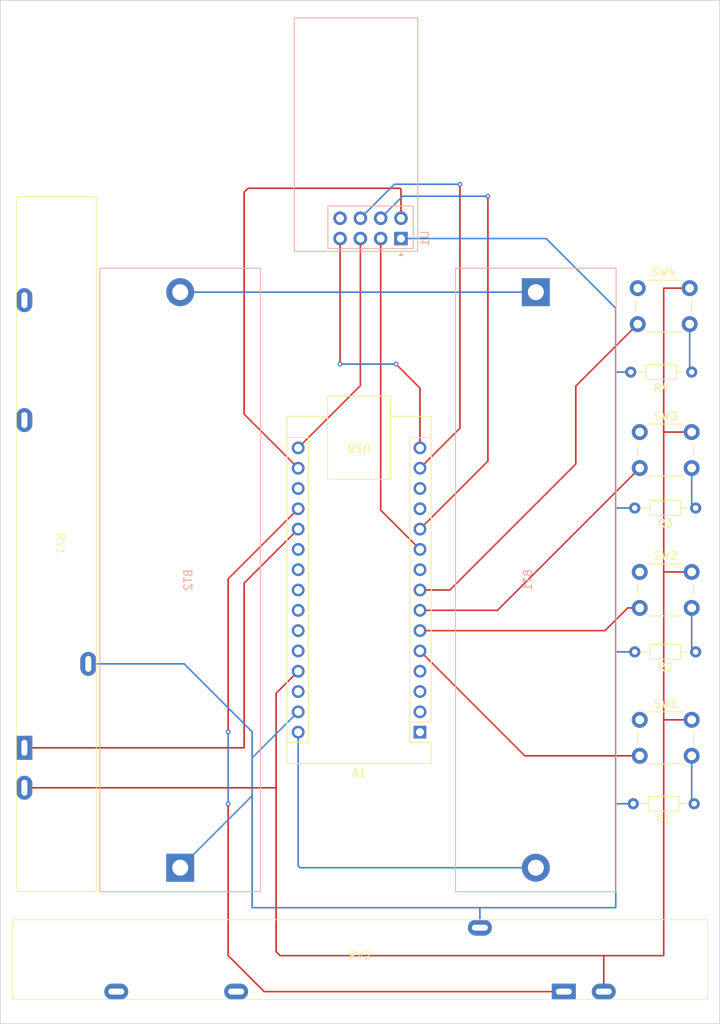
<source format=kicad_pcb>
(kicad_pcb (version 20241229) (generator "pcbnew") (generator_version "9.0")
  (layers (0 "F.Cu" signal) (2 "B.Cu" power) (13 "F.Paste" user) (15 "B.Paste" user) (5 "F.SilkS" user "F.Silkscreen") (7 "B.SilkS" user "B.Silkscreen") (1 "F.Mask" user) (3 "B.Mask" user) (25 "Edge.Cuts" user))
  (net 0 "")
  (net 9 "Net-(A1-D2)")
  (net 13 "Net-(A1-A1)")
  (net 14 "Net-(A1-D11)")
  (net 15 "Net-(A1-A0)")
  (net 16 "Net-(A1-D7)")
  (net 17 "Net-(A1-D13)")
  (net 19 "Net-(A1-D5)")
  (net 22 "Net-(A1-+5V)")
  (net 23 "Net-(A1-D8)")
  (net 24 "Net-(A1-D4)")
  (net 25 "Net-(A1-D12)")
  (net 26 "Net-(A1-D3)")
  (net 27 "Net-(A1-3V3)")
  (net 29 "Net-(BT2--)")
  (net 30 "Net-(A1-VIN)")
  (net 31 "Net-(BT1--)")
  (footprint "Button_Switch_THT:SW_PUSH_6mm" (layer "F.Cu") (at 184 92)
    (property "Reference" "SW2" (at 3.25 -2 0) (layer "F.SilkS"))
    (property "Value" "SW_SPST")
    (fp_line (start -0.25 1.5) (end -0.25 3) (stroke (width 0.12)) (layer "F.SilkS"))
    (fp_line (start 1 5.5) (end 5.5 5.5) (stroke (width 0.12)) (layer "F.SilkS"))
    (fp_line (start 5.5 -1) (end 1 -1) (stroke (width 0.12)) (layer "F.SilkS"))
    (fp_line (start 6.75 3) (end 6.75 1.5) (stroke (width 0.12)) (layer "F.SilkS"))
    (pad "1" thru_hole circle (at 0 0 90) (size 2 2) (drill 1.1) (layers "*.Cu" "*.Mask") (net 22 "Net-(A1-+5V)"))
    (pad "1" thru_hole circle (at 6.5 0 90) (size 2 2) (drill 1.1) (layers "*.Cu" "*.Mask") (net 22 "Net-(A1-+5V)"))
    (pad "2" thru_hole circle (at 0 4.5 90) (size 2 2) (drill 1.1) (layers "*.Cu" "*.Mask") (net 26 "Net-(A1-D3)"))
    (pad "2" thru_hole circle (at 6.5 4.5 90) (size 2 2) (drill 1.1) (layers "*.Cu" "*.Mask") (net 26 "Net-(A1-D3)"))
  )
  (footprint "Button_Switch_THT:SW_PUSH_6mm" (layer "F.Cu") (at 183.75 56.5)
    (property "Reference" "SW4" (at 3.25 -2 0) (layer "F.SilkS"))
    (property "Value" "SW_SPST")
    (fp_line (start -0.25 1.5) (end -0.25 3) (stroke (width 0.12)) (layer "F.SilkS"))
    (fp_line (start 1 5.5) (end 5.5 5.5) (stroke (width 0.12)) (layer "F.SilkS"))
    (fp_line (start 5.5 -1) (end 1 -1) (stroke (width 0.12)) (layer "F.SilkS"))
    (fp_line (start 6.75 3) (end 6.75 1.5) (stroke (width 0.12)) (layer "F.SilkS"))
    (pad "1" thru_hole circle (at 0 0 90) (size 2 2) (drill 1.1) (layers "*.Cu" "*.Mask") (net 22 "Net-(A1-+5V)"))
    (pad "1" thru_hole circle (at 6.5 0 90) (size 2 2) (drill 1.1) (layers "*.Cu" "*.Mask") (net 22 "Net-(A1-+5V)"))
    (pad "2" thru_hole circle (at 0 4.5 90) (size 2 2) (drill 1.1) (layers "*.Cu" "*.Mask") (net 19 "Net-(A1-D5)"))
    (pad "2" thru_hole circle (at 6.5 4.5 90) (size 2 2) (drill 1.1) (layers "*.Cu" "*.Mask") (net 19 "Net-(A1-D5)"))
  )
  (footprint "CustomElements:PotentiometerSlider88mm" (layer "F.Cu") (at 111 88.5 -90)
    (property "Reference" "RV1" (at 0 -0.5 270) (layer "F.SilkS") (effects (font (thickness 0.1))))
    (property "Value" "R_Potentiometer")
    (fp_rect (start -43.5 -5) (end 43.5 5) (stroke (width 0.1)) (fill no) (layer "F.SilkS"))
    (pad "1" thru_hole oval (at 30.5 4 270) (size 3 2) (drill oval 2 0.75) (layers "*.Cu" "*.Mask") (net 22 "Net-(A1-+5V)"))
    (pad "2" thru_hole rect (at 25.5 4 270) (size 3 2) (drill oval 2 0.75) (layers "*.Cu" "*.Mask") (net 13 "Net-(A1-A1)"))
    (pad "3" thru_hole oval (at 15 -4 270) (size 3 2) (drill oval 2 0.75) (layers "*.Cu" "*.Mask") (net 29 "Net-(BT2--)"))
    (pad "4" thru_hole oval (at -15.5 4 270) (size 3 2) (drill oval 2 0.75) (layers "*.Cu" "*.Mask"))
    (pad "5" thru_hole oval (at -30.5 4 270) (size 3 2) (drill oval 2 0.75) (layers "*.Cu" "*.Mask"))
  )
  (footprint "Resistor_THT:R_Axial_DIN0204_L3.6mm_D1.6mm_P7.62mm_Horizontal" (layer "F.Cu") (at 191 102 180)
    (property "Reference" "R2" (at 3.81 -1.92 0) (layer "F.SilkS"))
    (property "Value" "10 kΩ")
    (fp_line (start 6.68 0) (end 5.73 0) (stroke (width 0.12)) (layer "F.SilkS"))
    (fp_line (start 5.73 0.92) (end 5.73 -0.92) (stroke (width 0.12)) (layer "F.SilkS"))
    (fp_line (start 5.73 -0.92) (end 1.89 -0.92) (stroke (width 0.12)) (layer "F.SilkS"))
    (fp_line (start 1.89 0.92) (end 5.73 0.92) (stroke (width 0.12)) (layer "F.SilkS"))
    (fp_line (start 1.89 -0.92) (end 1.89 0.92) (stroke (width 0.12)) (layer "F.SilkS"))
    (fp_line (start 0.94 0) (end 1.89 0) (stroke (width 0.12)) (layer "F.SilkS"))
    (pad "1" thru_hole circle (at 0 0 180) (size 1.4 1.4) (drill 0.7) (layers "*.Cu" "*.Mask") (net 26 "Net-(A1-D3)"))
    (pad "2" thru_hole oval (at 7.62 0 180) (size 1.4 1.4) (drill 0.7) (layers "*.Cu" "*.Mask") (net 29 "Net-(BT2--)"))
  )
  (footprint "Resistor_THT:R_Axial_DIN0204_L3.6mm_D1.6mm_P7.62mm_Horizontal" (layer "F.Cu") (at 190.81 121 180)
    (property "Reference" "R1" (at 3.81 -1.92 0) (layer "F.SilkS"))
    (property "Value" "10 kΩ")
    (fp_line (start 6.68 0) (end 5.73 0) (stroke (width 0.12)) (layer "F.SilkS"))
    (fp_line (start 5.73 0.92) (end 5.73 -0.92) (stroke (width 0.12)) (layer "F.SilkS"))
    (fp_line (start 5.73 -0.92) (end 1.89 -0.92) (stroke (width 0.12)) (layer "F.SilkS"))
    (fp_line (start 1.89 0.92) (end 5.73 0.92) (stroke (width 0.12)) (layer "F.SilkS"))
    (fp_line (start 1.89 -0.92) (end 1.89 0.92) (stroke (width 0.12)) (layer "F.SilkS"))
    (fp_line (start 0.94 0) (end 1.89 0) (stroke (width 0.12)) (layer "F.SilkS"))
    (pad "1" thru_hole circle (at 0 0 180) (size 1.4 1.4) (drill 0.7) (layers "*.Cu" "*.Mask") (net 9 "Net-(A1-D2)"))
    (pad "2" thru_hole oval (at 7.62 0 180) (size 1.4 1.4) (drill 0.7) (layers "*.Cu" "*.Mask") (net 29 "Net-(BT2--)"))
  )
  (footprint "Button_Switch_THT:SW_PUSH_6mm" (layer "F.Cu") (at 184 110.5)
    (property "Reference" "SW1" (at 3.25 -2 0) (layer "F.SilkS"))
    (property "Value" "SW_SPST")
    (fp_line (start -0.25 1.5) (end -0.25 3) (stroke (width 0.12)) (layer "F.SilkS"))
    (fp_line (start 1 5.5) (end 5.5 5.5) (stroke (width 0.12)) (layer "F.SilkS"))
    (fp_line (start 5.5 -1) (end 1 -1) (stroke (width 0.12)) (layer "F.SilkS"))
    (fp_line (start 6.75 3) (end 6.75 1.5) (stroke (width 0.12)) (layer "F.SilkS"))
    (pad "1" thru_hole circle (at 0 0 90) (size 2 2) (drill 1.1) (layers "*.Cu" "*.Mask") (net 22 "Net-(A1-+5V)"))
    (pad "1" thru_hole circle (at 6.5 0 90) (size 2 2) (drill 1.1) (layers "*.Cu" "*.Mask") (net 22 "Net-(A1-+5V)"))
    (pad "2" thru_hole circle (at 0 4.5 90) (size 2 2) (drill 1.1) (layers "*.Cu" "*.Mask") (net 9 "Net-(A1-D2)"))
    (pad "2" thru_hole circle (at 6.5 4.5 90) (size 2 2) (drill 1.1) (layers "*.Cu" "*.Mask") (net 9 "Net-(A1-D2)"))
  )
  (footprint "CustomElements:PotentiometerSlider88mm" (layer "F.Cu") (at 149 140.5)
    (property "Reference" "RV2" (at 0 -0.5 0) (layer "F.SilkS") (effects (font (thickness 0.1))))
    (property "Value" "R_Potentiometer")
    (fp_rect (start -43.5 -5) (end 43.5 5) (stroke (width 0.1)) (fill no) (layer "F.SilkS"))
    (pad "1" thru_hole oval (at 30.5 4) (size 3 2) (drill oval 2 0.75) (layers "*.Cu" "*.Mask") (net 22 "Net-(A1-+5V)"))
    (pad "2" thru_hole rect (at 25.5 4) (size 3 2) (drill oval 2 0.75) (layers "*.Cu" "*.Mask") (net 15 "Net-(A1-A0)"))
    (pad "3" thru_hole oval (at 15 -4) (size 3 2) (drill oval 2 0.75) (layers "*.Cu" "*.Mask") (net 29 "Net-(BT2--)"))
    (pad "4" thru_hole oval (at -15.5 4) (size 3 2) (drill oval 2 0.75) (layers "*.Cu" "*.Mask"))
    (pad "5" thru_hole oval (at -30.5 4) (size 3 2) (drill oval 2 0.75) (layers "*.Cu" "*.Mask"))
  )
  (footprint "Resistor_THT:R_Axial_DIN0204_L3.6mm_D1.6mm_P7.62mm_Horizontal" (layer "F.Cu") (at 191 84 180)
    (property "Reference" "R3" (at 3.81 -1.92 0) (layer "F.SilkS"))
    (property "Value" "10 kΩ")
    (fp_line (start 6.68 0) (end 5.73 0) (stroke (width 0.12)) (layer "F.SilkS"))
    (fp_line (start 5.73 0.92) (end 5.73 -0.92) (stroke (width 0.12)) (layer "F.SilkS"))
    (fp_line (start 5.73 -0.92) (end 1.89 -0.92) (stroke (width 0.12)) (layer "F.SilkS"))
    (fp_line (start 1.89 0.92) (end 5.73 0.92) (stroke (width 0.12)) (layer "F.SilkS"))
    (fp_line (start 1.89 -0.92) (end 1.89 0.92) (stroke (width 0.12)) (layer "F.SilkS"))
    (fp_line (start 0.94 0) (end 1.89 0) (stroke (width 0.12)) (layer "F.SilkS"))
    (pad "1" thru_hole circle (at 0 0 180) (size 1.4 1.4) (drill 0.7) (layers "*.Cu" "*.Mask") (net 24 "Net-(A1-D4)"))
    (pad "2" thru_hole oval (at 7.62 0 180) (size 1.4 1.4) (drill 0.7) (layers "*.Cu" "*.Mask") (net 29 "Net-(BT2--)"))
  )
  (footprint "Button_Switch_THT:SW_PUSH_6mm" (layer "F.Cu") (at 184 74.5)
    (property "Reference" "SW3" (at 3.25 -2 0) (layer "F.SilkS"))
    (property "Value" "SW_SPST")
    (fp_line (start -0.25 1.5) (end -0.25 3) (stroke (width 0.12)) (layer "F.SilkS"))
    (fp_line (start 1 5.5) (end 5.5 5.5) (stroke (width 0.12)) (layer "F.SilkS"))
    (fp_line (start 5.5 -1) (end 1 -1) (stroke (width 0.12)) (layer "F.SilkS"))
    (fp_line (start 6.75 3) (end 6.75 1.5) (stroke (width 0.12)) (layer "F.SilkS"))
    (pad "1" thru_hole circle (at 0 0 90) (size 2 2) (drill 1.1) (layers "*.Cu" "*.Mask") (net 22 "Net-(A1-+5V)"))
    (pad "1" thru_hole circle (at 6.5 0 90) (size 2 2) (drill 1.1) (layers "*.Cu" "*.Mask") (net 22 "Net-(A1-+5V)"))
    (pad "2" thru_hole circle (at 0 4.5 90) (size 2 2) (drill 1.1) (layers "*.Cu" "*.Mask") (net 24 "Net-(A1-D4)"))
    (pad "2" thru_hole circle (at 6.5 4.5 90) (size 2 2) (drill 1.1) (layers "*.Cu" "*.Mask") (net 24 "Net-(A1-D4)"))
  )
  (footprint "Resistor_THT:R_Axial_DIN0204_L3.6mm_D1.6mm_P7.62mm_Horizontal" (layer "F.Cu") (at 190.5 67 180)
    (property "Reference" "R4" (at 3.81 -1.92 0) (layer "F.SilkS"))
    (property "Value" "10 kΩ")
    (fp_line (start 6.68 0) (end 5.73 0) (stroke (width 0.12)) (layer "F.SilkS"))
    (fp_line (start 5.73 0.92) (end 5.73 -0.92) (stroke (width 0.12)) (layer "F.SilkS"))
    (fp_line (start 5.73 -0.92) (end 1.89 -0.92) (stroke (width 0.12)) (layer "F.SilkS"))
    (fp_line (start 1.89 0.92) (end 5.73 0.92) (stroke (width 0.12)) (layer "F.SilkS"))
    (fp_line (start 1.89 -0.92) (end 1.89 0.92) (stroke (width 0.12)) (layer "F.SilkS"))
    (fp_line (start 0.94 0) (end 1.89 0) (stroke (width 0.12)) (layer "F.SilkS"))
    (pad "1" thru_hole circle (at 0 0 180) (size 1.4 1.4) (drill 0.7) (layers "*.Cu" "*.Mask") (net 19 "Net-(A1-D5)"))
    (pad "2" thru_hole oval (at 7.62 0 180) (size 1.4 1.4) (drill 0.7) (layers "*.Cu" "*.Mask") (net 29 "Net-(BT2--)"))
  )
  (footprint "Module:Arduino_Nano" (layer "F.Cu") (at 156.5 112.04 180)
    (property "Reference" "A1" (at 7.62 -5.08 0) (layer "F.SilkS"))
    (property "Value" "Arduino_Nano_v3.x")
    (fp_line (start 16.64 39.5) (end 16.64 -3.94) (stroke (width 0.12)) (layer "F.SilkS"))
    (fp_line (start 16.64 39.5) (end 11.56 39.5) (stroke (width 0.12)) (layer "F.SilkS"))
    (fp_line (start 16.64 -3.94) (end -1.4 -3.94) (stroke (width 0.12)) (layer "F.SilkS"))
    (fp_line (start 13.97 36.83) (end 16.64 36.83) (stroke (width 0.12)) (layer "F.SilkS"))
    (fp_line (start 13.97 -1.27) (end 16.64 -1.27) (stroke (width 0.12)) (layer "F.SilkS"))
    (fp_line (start 13.97 -1.27) (end 13.97 36.83) (stroke (width 0.12)) (layer "F.SilkS"))
    (fp_line (start 11.56 42.04) (end 3.68 42.04) (stroke (width 0.12)) (layer "F.SilkS"))
    (fp_line (start 11.56 31.62) (end 11.56 42.04) (stroke (width 0.12)) (layer "F.SilkS"))
    (fp_line (start 3.68 42.04) (end 3.68 31.62) (stroke (width 0.12)) (layer "F.SilkS"))
    (fp_line (start 3.68 31.62) (end 11.56 31.62) (stroke (width 0.12)) (layer "F.SilkS"))
    (fp_line (start 1.27 36.83) (end -1.4 36.83) (stroke (width 0.12)) (layer "F.SilkS"))
    (fp_line (start 1.27 1.27) (end 1.27 36.83) (stroke (width 0.12)) (layer "F.SilkS"))
    (fp_line (start 1.27 1.27) (end 1.27 -1.27) (stroke (width 0.12)) (layer "F.SilkS"))
    (fp_line (start 1.27 1.27) (end -1.4 1.27) (stroke (width 0.12)) (layer "F.SilkS"))
    (fp_line (start 1.27 -1.27) (end -1.4 -1.27) (stroke (width 0.12)) (layer "F.SilkS"))
    (fp_line (start -1.4 39.5) (end 3.68 39.5) (stroke (width 0.12)) (layer "F.SilkS"))
    (fp_line (start -1.4 1.27) (end -1.4 39.5) (stroke (width 0.12)) (layer "F.SilkS"))
    (fp_line (start -1.4 -3.94) (end -1.4 -1.27) (stroke (width 0.12)) (layer "F.SilkS"))
    (fp_text user "USB" (at 7.62 35.56 180) (layer "F.SilkS"))
    (pad "1" thru_hole rect (at 0 0 180) (size 1.6 1.6) (drill 1) (layers "*.Cu" "*.Mask"))
    (pad "2" thru_hole oval (at 0 2.54 180) (size 1.6 1.6) (drill 1) (layers "*.Cu" "*.Mask"))
    (pad "3" thru_hole oval (at 0 5.08 180) (size 1.6 1.6) (drill 1) (layers "*.Cu" "*.Mask"))
    (pad "4" thru_hole oval (at 0 7.62 180) (size 1.6 1.6) (drill 1) (layers "*.Cu" "*.Mask") (net 29 "Net-(BT2--)"))
    (pad "5" thru_hole oval (at 0 10.16 180) (size 1.6 1.6) (drill 1) (layers "*.Cu" "*.Mask") (net 9 "Net-(A1-D2)"))
    (pad "6" thru_hole oval (at 0 12.7 180) (size 1.6 1.6) (drill 1) (layers "*.Cu" "*.Mask") (net 26 "Net-(A1-D3)"))
    (pad "7" thru_hole oval (at 0 15.24 180) (size 1.6 1.6) (drill 1) (layers "*.Cu" "*.Mask") (net 24 "Net-(A1-D4)"))
    (pad "8" thru_hole oval (at 0 17.78 180) (size 1.6 1.6) (drill 1) (layers "*.Cu" "*.Mask") (net 19 "Net-(A1-D5)"))
    (pad "9" thru_hole oval (at 0 20.32 180) (size 1.6 1.6) (drill 1) (layers "*.Cu" "*.Mask"))
    (pad "10" thru_hole oval (at 0 22.86 180) (size 1.6 1.6) (drill 1) (layers "*.Cu" "*.Mask") (net 16 "Net-(A1-D7)"))
    (pad "11" thru_hole oval (at 0 25.4 180) (size 1.6 1.6) (drill 1) (layers "*.Cu" "*.Mask") (net 23 "Net-(A1-D8)"))
    (pad "12" thru_hole oval (at 0 27.94 180) (size 1.6 1.6) (drill 1) (layers "*.Cu" "*.Mask"))
    (pad "13" thru_hole oval (at 0 30.48 180) (size 1.6 1.6) (drill 1) (layers "*.Cu" "*.Mask"))
    (pad "14" thru_hole oval (at 0 33.02 180) (size 1.6 1.6) (drill 1) (layers "*.Cu" "*.Mask") (net 14 "Net-(A1-D11)"))
    (pad "15" thru_hole oval (at 0 35.56 180) (size 1.6 1.6) (drill 1) (layers "*.Cu" "*.Mask") (net 25 "Net-(A1-D12)"))
    (pad "16" thru_hole oval (at 15.24 35.56 180) (size 1.6 1.6) (drill 1) (layers "*.Cu" "*.Mask") (net 17 "Net-(A1-D13)"))
    (pad "17" thru_hole oval (at 15.24 33.02 180) (size 1.6 1.6) (drill 1) (layers "*.Cu" "*.Mask") (net 27 "Net-(A1-3V3)"))
    (pad "18" thru_hole oval (at 15.24 30.48 180) (size 1.6 1.6) (drill 1) (layers "*.Cu" "*.Mask"))
    (pad "19" thru_hole oval (at 15.24 27.94 180) (size 1.6 1.6) (drill 1) (layers "*.Cu" "*.Mask") (net 15 "Net-(A1-A0)"))
    (pad "20" thru_hole oval (at 15.24 25.4 180) (size 1.6 1.6) (drill 1) (layers "*.Cu" "*.Mask") (net 13 "Net-(A1-A1)"))
    (pad "21" thru_hole oval (at 15.24 22.86 180) (size 1.6 1.6) (drill 1) (layers "*.Cu" "*.Mask"))
    (pad "22" thru_hole oval (at 15.24 20.32 180) (size 1.6 1.6) (drill 1) (layers "*.Cu" "*.Mask"))
    (pad "23" thru_hole oval (at 15.24 17.78 180) (size 1.6 1.6) (drill 1) (layers "*.Cu" "*.Mask"))
    (pad "24" thru_hole oval (at 15.24 15.24 180) (size 1.6 1.6) (drill 1) (layers "*.Cu" "*.Mask"))
    (pad "25" thru_hole oval (at 15.24 12.7 180) (size 1.6 1.6) (drill 1) (layers "*.Cu" "*.Mask"))
    (pad "26" thru_hole oval (at 15.24 10.16 180) (size 1.6 1.6) (drill 1) (layers "*.Cu" "*.Mask"))
    (pad "27" thru_hole oval (at 15.24 7.62 180) (size 1.6 1.6) (drill 1) (layers "*.Cu" "*.Mask") (net 22 "Net-(A1-+5V)"))
    (pad "28" thru_hole oval (at 15.24 5.08 180) (size 1.6 1.6) (drill 1) (layers "*.Cu" "*.Mask"))
    (pad "29" thru_hole oval (at 15.24 2.54 180) (size 1.6 1.6) (drill 1) (layers "*.Cu" "*.Mask") (net 29 "Net-(BT2--)"))
    (pad "30" thru_hole oval (at 15.24 0 180) (size 1.6 1.6) (drill 1) (layers "*.Cu" "*.Mask") (net 30 "Net-(A1-VIN)"))
  )
  (footprint "Battery:BatteryHolder_MPD_BH-18650-PC2" (layer "B.Cu") (at 126.5 57 -90)
    (property "Reference" "BT2" (at 36 -1 90) (layer "B.SilkS") (effects (justify mirror)))
    (property "Value" "Battery_Cell")
    (fp_line (start -3 10.05) (end -3 -10.05) (stroke (width 0.12)) (layer "B.SilkS"))
    (fp_line (start 75 10.05) (end -3 10.05) (stroke (width 0.12)) (layer "B.SilkS"))
    (fp_line (start -3 -10.05) (end 75 -10.05) (stroke (width 0.12)) (layer "B.SilkS"))
    (fp_line (start 75 -10.05) (end 75 10.05) (stroke (width 0.12)) (layer "B.SilkS"))
    (pad "" np_thru_hole circle (at 8.645 0 270) (size 3.2 3.2) (drill 3.2) (layers "*.Cu" "*.Mask"))
    (pad "" np_thru_hole circle (at 64.255 0 270) (size 3.2 3.2) (drill 3.2) (layers "*.Cu" "*.Mask"))
    (pad "1" thru_hole circle (at 0 0 270) (size 3.5 3.5) (drill 2) (layers "*.Cu" "*.Mask") (net 31 "Net-(BT1--)"))
    (pad "2" thru_hole rect (at 72 0 270) (size 3.5 3.5) (drill 2) (layers "*.Cu" "*.Mask") (net 29 "Net-(BT2--)"))
  )
  (footprint "RF_Module:nRF24L01_Breakout" (layer "B.Cu") (at 154.125 50.2895 90)
    (property "Reference" "U1" (at 0 3 90) (layer "B.SilkS") (effects (justify mirror)))
    (property "Value" "NRF24L01_Breakout")
    (fp_line (start 27.6 -13.35) (end 27.6 2.1) (stroke (width 0.12)) (layer "B.SilkS"))
    (fp_line (start -1.6 -13.35) (end 27.6 -13.35) (stroke (width 0.12)) (layer "B.SilkS"))
    (fp_line (start 4.064 -9.144) (end 4.064 1.524) (stroke (width 0.12)) (layer "B.SilkS"))
    (fp_line (start -1.27 -9.144) (end 4.064 -9.144) (stroke (width 0.12)) (layer "B.SilkS"))
    (fp_line (start -1.27 -9.144) (end -1.27 -9.144) (stroke (width 0.12)) (layer "B.SilkS"))
    (fp_line (start 4.064 1.524) (end -1.27 1.524) (stroke (width 0.12)) (layer "B.SilkS"))
    (fp_line (start -1.27 1.524) (end -1.27 -9.144) (stroke (width 0.12)) (layer "B.SilkS"))
    (fp_line (start -1.27 1.524) (end -1.27 1.524) (stroke (width 0.12)) (layer "B.SilkS"))
    (fp_line (start 27.6 2.1) (end -1.6 2.1) (stroke (width 0.12)) (layer "B.SilkS"))
    (fp_line (start -1.6 2.1) (end -1.6 -13.35) (stroke (width 0.12)) (layer "B.SilkS"))
    (fp_line (start -1.6 2.1) (end -1.6 2.1) (stroke (width 0.12)) (layer "B.SilkS"))
    (fp_poly (pts (xy -1.8 0) (xy -2.136 -0.24) (xy -2.136 0.24) (xy -1.8 0)) (stroke (width 0.12)) (fill yes) (layer "B.SilkS"))
    (pad "1" thru_hole rect (at 0 0 90) (size 1.7 1.7) (drill 1) (layers "*.Cu" "*.Mask") (net 29 "Net-(BT2--)"))
    (pad "2" thru_hole circle (at 2.54 0 90) (size 1.7 1.7) (drill 1) (layers "*.Cu" "*.Mask") (net 27 "Net-(A1-3V3)"))
    (pad "3" thru_hole circle (at 0 -2.54 90) (size 1.7 1.7) (drill 1) (layers "*.Cu" "*.Mask") (net 16 "Net-(A1-D7)"))
    (pad "4" thru_hole circle (at 2.54 -2.54 90) (size 1.7 1.7) (drill 1) (layers "*.Cu" "*.Mask") (net 23 "Net-(A1-D8)"))
    (pad "5" thru_hole circle (at 0 -5.08 90) (size 1.7 1.7) (drill 1) (layers "*.Cu" "*.Mask") (net 17 "Net-(A1-D13)"))
    (pad "6" thru_hole circle (at 2.54 -5.08 90) (size 1.7 1.7) (drill 1) (layers "*.Cu" "*.Mask") (net 14 "Net-(A1-D11)"))
    (pad "7" thru_hole circle (at 0 -7.62 90) (size 1.7 1.7) (drill 1) (layers "*.Cu" "*.Mask") (net 25 "Net-(A1-D12)"))
    (pad "8" thru_hole circle (at 2.54 -7.62 90) (size 1.7 1.7) (drill 1) (layers "*.Cu" "*.Mask"))
  )
  (footprint "Battery:BatteryHolder_MPD_BH-18650-PC2" (layer "B.Cu") (at 171 129 90)
    (property "Reference" "BT1" (at 36 -1 90) (layer "B.SilkS") (effects (justify mirror)))
    (property "Value" "Battery_Cell")
    (fp_line (start 75 -10.05) (end 75 10.05) (stroke (width 0.12)) (layer "B.SilkS"))
    (fp_line (start -3 -10.05) (end 75 -10.05) (stroke (width 0.12)) (layer "B.SilkS"))
    (fp_line (start 75 10.05) (end -3 10.05) (stroke (width 0.12)) (layer "B.SilkS"))
    (fp_line (start -3 10.05) (end -3 -10.05) (stroke (width 0.12)) (layer "B.SilkS"))
    (pad "" np_thru_hole circle (at 8.645 0 90) (size 3.2 3.2) (drill 3.2) (layers "*.Cu" "*.Mask"))
    (pad "" np_thru_hole circle (at 64.255 0 90) (size 3.2 3.2) (drill 3.2) (layers "*.Cu" "*.Mask"))
    (pad "1" thru_hole circle (at 0 0 90) (size 3.5 3.5) (drill 2) (layers "*.Cu" "*.Mask") (net 30 "Net-(A1-VIN)"))
    (pad "2" thru_hole rect (at 72 0 90) (size 3.5 3.5) (drill 2) (layers "*.Cu" "*.Mask") (net 31 "Net-(BT1--)"))
  )
  (gr_rect (start 104 20.5) (end 194 148.5) (stroke (width 0.1)) (fill no) (layer "Edge.Cuts"))
  (segment (start 184 115) (end 169.62 115) (width 0.2) (layer "F.Cu") (net 9))
  (segment (start 169.62 115) (end 156.5 101.88) (width 0.2) (layer "F.Cu") (net 9))
  (segment (start 190.5 115) (end 190.5 120.69) (width 0.2) (layer "B.Cu") (net 9))
  (segment (start 190.5 120.69) (end 190.81 121) (width 0.2) (layer "B.Cu") (net 9))
  (segment (start 134.5 114) (end 134.5 93.4) (width 0.2) (layer "F.Cu") (net 13))
  (segment (start 107 114) (end 134.5 114) (width 0.2) (layer "F.Cu") (net 13))
  (segment (start 134.5 93.4) (end 141.26 86.64) (width 0.2) (layer "F.Cu") (net 13))
  (segment (start 161.5 43.5) (end 161.5 74.02) (width 0.2) (layer "F.Cu") (net 14))
  (segment (start 161.5 74.02) (end 156.5 79.02) (width 0.2) (layer "F.Cu") (net 14))
  (via (at 161.5 43.5) (size 0.6) (drill 0.3) (layers "F.Cu" "B.Cu") (net 14))
  (segment (start 153.2945 43.5) (end 161.5 43.5) (width 0.2) (layer "B.Cu") (net 14))
  (segment (start 149.045 47.7495) (end 153.2945 43.5) (width 0.2) (layer "B.Cu") (net 14))
  (segment (start 141.26 84.1) (end 132.5 92.86) (width 0.2) (layer "F.Cu") (net 15))
  (segment (start 174.5 144.5) (end 137 144.5) (width 0.2) (layer "F.Cu") (net 15))
  (segment (start 132.5 140) (end 132.5 121) (width 0.2) (layer "F.Cu") (net 15))
  (segment (start 137 144.5) (end 132.5 140) (width 0.2) (layer "F.Cu") (net 15))
  (segment (start 132.5 92.86) (end 132.5 112) (width 0.2) (layer "F.Cu") (net 15))
  (via (at 132.5 112) (size 0.6) (drill 0.3) (layers "F.Cu" "B.Cu") (net 15))
  (via (at 132.5 121) (size 0.6) (drill 0.3) (layers "F.Cu" "B.Cu") (net 15))
  (segment (start 132.5 112) (end 132.5 121) (width 0.2) (layer "B.Cu") (net 15))
  (segment (start 151.585 84.265) (end 156.5 89.18) (width 0.2) (layer "F.Cu") (net 16))
  (segment (start 151.585 50.2895) (end 151.585 84.265) (width 0.2) (layer "F.Cu") (net 16))
  (segment (start 149.045 50.2895) (end 149.045 68.695) (width 0.2) (layer "F.Cu") (net 17))
  (segment (start 149.045 68.695) (end 141.26 76.48) (width 0.2) (layer "F.Cu") (net 17))
  (segment (start 176 68.75) (end 176 78.5) (width 0.2) (layer "F.Cu") (net 19))
  (segment (start 176 78.5) (end 160.24 94.26) (width 0.2) (layer "F.Cu") (net 19))
  (segment (start 160.24 94.26) (end 156.5 94.26) (width 0.2) (layer "F.Cu") (net 19))
  (segment (start 183.75 61) (end 176 68.75) (width 0.2) (layer "F.Cu") (net 19))
  (segment (start 190.25 61) (end 190.25 66.75) (width 0.2) (layer "B.Cu") (net 19))
  (segment (start 190.25 66.75) (end 190.5 67) (width 0.2) (layer "B.Cu") (net 19))
  (segment (start 187 140) (end 179.5 140) (width 0.2) (layer "F.Cu") (net 22))
  (segment (start 179.5 144.5) (end 179.5 140) (width 0.2) (layer "F.Cu") (net 22))
  (segment (start 187 92) (end 187 74.5) (width 0.2) (layer "F.Cu") (net 22))
  (segment (start 107 119) (end 138.5 119) (width 0.2) (layer "F.Cu") (net 22))
  (segment (start 139 140) (end 138.5 139.5) (width 0.2) (layer "F.Cu") (net 22))
  (segment (start 179.5 140) (end 139 140) (width 0.2) (layer "F.Cu") (net 22))
  (segment (start 138.5 107.18) (end 141.26 104.42) (width 0.2) (layer "F.Cu") (net 22))
  (segment (start 187 56.5) (end 190.25 56.5) (width 0.2) (layer "F.Cu") (net 22))
  (segment (start 138.5 139.5) (end 138.5 119) (width 0.2) (layer "F.Cu") (net 22))
  (segment (start 187 92) (end 190.5 92) (width 0.2) (layer "F.Cu") (net 22))
  (segment (start 187 110.5) (end 187 140) (width 0.2) (layer "F.Cu") (net 22))
  (segment (start 190.5 110.5) (end 187 110.5) (width 0.2) (layer "F.Cu") (net 22))
  (segment (start 187 74.5) (end 190.5 74.5) (width 0.2) (layer "F.Cu") (net 22))
  (segment (start 187 74.5) (end 187 56.5) (width 0.2) (layer "F.Cu") (net 22))
  (segment (start 187 110.5) (end 187 92) (width 0.2) (layer "F.Cu") (net 22))
  (segment (start 138.5 119) (end 138.5 107.18) (width 0.2) (layer "F.Cu") (net 22))
  (segment (start 156.5 86.64) (end 165 78.14) (width 0.2) (layer "F.Cu") (net 23))
  (segment (start 165 78.14) (end 165 77.5) (width 0.2) (layer "F.Cu") (net 23))
  (segment (start 165 60.5) (end 165 45) (width 0.2) (layer "F.Cu") (net 23))
  (segment (start 165 77.5) (end 165 60.5) (width 0.2) (layer "F.Cu") (net 23))
  (via (at 165 45) (size 0.6) (drill 0.3) (layers "F.Cu" "B.Cu") (net 23))
  (segment (start 154.3345 45) (end 165 45) (width 0.2) (layer "B.Cu") (net 23))
  (segment (start 151.585 47.7495) (end 154.3345 45) (width 0.2) (layer "B.Cu") (net 23))
  (segment (start 184 79) (end 166.2 96.8) (width 0.2) (layer "F.Cu") (net 24))
  (segment (start 166.2 96.8) (end 156.5 96.8) (width 0.2) (layer "F.Cu") (net 24))
  (segment (start 190.5 83.5) (end 191 84) (width 0.2) (layer "B.Cu") (net 24))
  (segment (start 190.5 79) (end 190.5 83.5) (width 0.2) (layer "B.Cu") (net 24))
  (segment (start 146.505 50.2895) (end 146.505 65.995) (width 0.2) (layer "F.Cu") (net 25))
  (segment (start 146.505 65.995) (end 146.5 66) (width 0.2) (layer "F.Cu") (net 25))
  (segment (start 153.5 66) (end 156.5 69) (width 0.2) (layer "F.Cu") (net 25))
  (segment (start 156.5 69) (end 156.5 76.48) (width 0.2) (layer "F.Cu") (net 25))
  (via (at 146.5 66) (size 0.6) (drill 0.3) (layers "F.Cu" "B.Cu") (net 25))
  (via (at 153.5 66) (size 0.6) (drill 0.3) (layers "F.Cu" "B.Cu") (net 25))
  (segment (start 146.5 66) (end 153.5 66) (width 0.2) (layer "B.Cu") (net 25))
  (segment (start 182.5 96.5) (end 179.66 99.34) (width 0.2) (layer "F.Cu") (net 26))
  (segment (start 184 96.5) (end 182.5 96.5) (width 0.2) (layer "F.Cu") (net 26))
  (segment (start 179.66 99.34) (end 156.5 99.34) (width 0.2) (layer "F.Cu") (net 26))
  (segment (start 190.5 101.5) (end 191 102) (width 0.2) (layer "B.Cu") (net 26))
  (segment (start 190.5 96.5) (end 190.5 101.5) (width 0.2) (layer "B.Cu") (net 26))
  (segment (start 154.125 47.7495) (end 154.125 44.125) (width 0.2) (layer "F.Cu") (net 27))
  (segment (start 135 44) (end 134.5 44.5) (width 0.2) (layer "F.Cu") (net 27))
  (segment (start 134.5 72.26) (end 141.26 79.02) (width 0.2) (layer "F.Cu") (net 27))
  (segment (start 154.125 44.125) (end 154 44) (width 0.2) (layer "F.Cu") (net 27))
  (segment (start 134.5 44.5) (end 134.5 72.26) (width 0.2) (layer "F.Cu") (net 27))
  (segment (start 154 44) (end 135 44) (width 0.2) (layer "F.Cu") (net 27))
  (segment (start 172.2895 50.2895) (end 154.125 50.2895) (width 0.2) (layer "B.Cu") (net 29))
  (segment (start 181 84) (end 183.38 84) (width 0.2) (layer "B.Cu") (net 29))
  (segment (start 126.5 129) (end 135.5 120) (width 0.2) (layer "B.Cu") (net 29))
  (segment (start 135.5 112) (end 135.5 115.26) (width 0.2) (layer "B.Cu") (net 29))
  (segment (start 181 59) (end 172.2895 50.2895) (width 0.2) (layer "B.Cu") (net 29))
  (segment (start 181 102) (end 181 84) (width 0.2) (layer "B.Cu") (net 29))
  (segment (start 115 103.5) (end 127 103.5) (width 0.2) (layer "B.Cu") (net 29))
  (segment (start 181 134) (end 181 121) (width 0.2) (layer "B.Cu") (net 29))
  (segment (start 181 67) (end 182.88 67) (width 0.2) (layer "B.Cu") (net 29))
  (segment (start 181 121) (end 181 102) (width 0.2) (layer "B.Cu") (net 29))
  (segment (start 181 102) (end 183.38 102) (width 0.2) (layer "B.Cu") (net 29))
  (segment (start 164 136.5) (end 164 134) (width 0.2) (layer "B.Cu") (net 29))
  (segment (start 181 121) (end 183.19 121) (width 0.2) (layer "B.Cu") (net 29))
  (segment (start 135.5 120) (end 135.5 115.26) (width 0.2) (layer "B.Cu") (net 29))
  (segment (start 127 103.5) (end 135.5 112) (width 0.2) (layer "B.Cu") (net 29))
  (segment (start 135.5 115.26) (end 141.26 109.5) (width 0.2) (layer "B.Cu") (net 29))
  (segment (start 181 84) (end 181 67) (width 0.2) (layer "B.Cu") (net 29))
  (segment (start 164 134) (end 181 134) (width 0.2) (layer "B.Cu") (net 29))
  (segment (start 164 134) (end 135.5 134) (width 0.2) (layer "B.Cu") (net 29))
  (segment (start 135.5 134) (end 135.5 120) (width 0.2) (layer "B.Cu") (net 29))
  (segment (start 181 67) (end 181 59) (width 0.2) (layer "B.Cu") (net 29))
  (segment (start 141.26 128.76) (end 141.26 112.04) (width 0.2) (layer "B.Cu") (net 30))
  (segment (start 171 129) (end 141.5 129) (width 0.2) (layer "B.Cu") (net 30))
  (segment (start 141.5 129) (end 141.26 128.76) (width 0.2) (layer "B.Cu") (net 30))
  (segment (start 171 57) (end 126.5 57) (width 0.2) (layer "B.Cu") (net 31))
)
</source>
